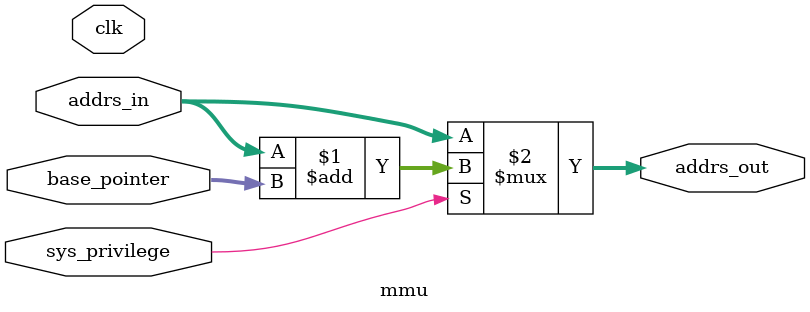
<source format=v>
module mmu(
	input clk,
	input [15:0] base_pointer,
	input [15:0] addrs_in,
	input sys_privilege,
	output [15:0] addrs_out
);

assign addrs_out = sys_privilege ? (addrs_in + base_pointer) : addrs_in;

endmodule

</source>
